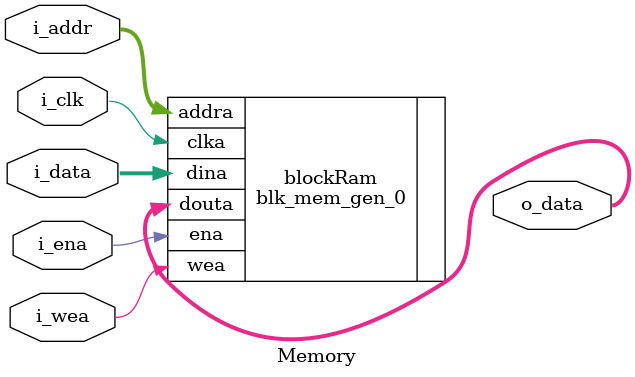
<source format=v>
/*
 * 64K RAM implemented as BRAM on ARTY A7
 */
module Memory(
    input i_clk,
    input i_ena,
    input i_wea,
    input [15:0] i_addr,
    input [7:0] i_data,
    output [7:0] o_data
);

blk_mem_gen_0 blockRam (
  .clka(i_clk),      // input wire clka
  .ena(i_ena),       // input wire ena
  .wea(i_wea),       // input wire [0 : 0] wea
  .addra(i_addr),    // input wire [15 : 0] addra
  .dina(i_data),     // input wire [7 : 0] dina
  .douta(o_data)     // output wire [7 : 0] douta
);

endmodule

</source>
